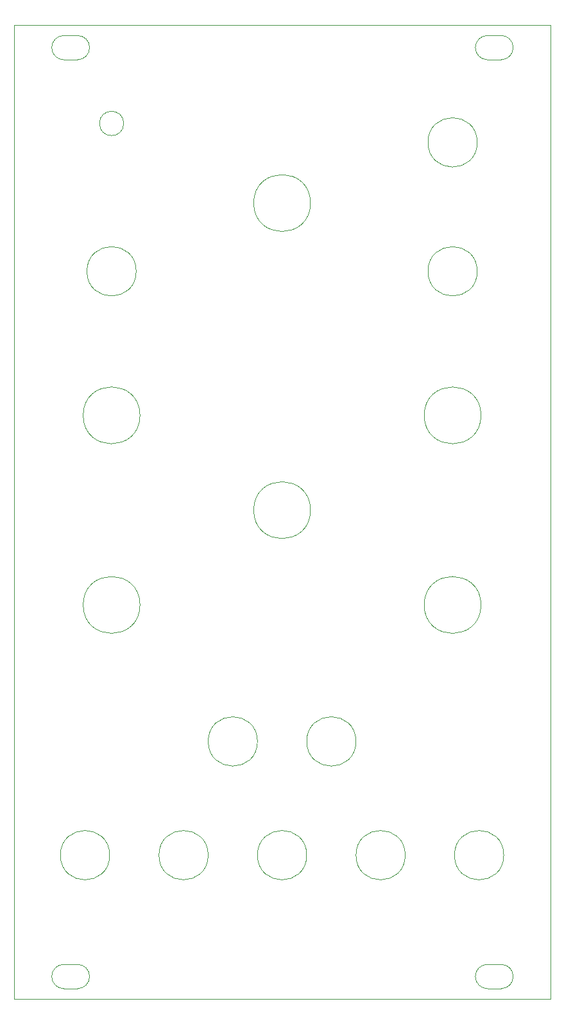
<source format=gm1>
G04 #@! TF.GenerationSoftware,KiCad,Pcbnew,(5.0.0-rc2)*
G04 #@! TF.CreationDate,2020-07-08T18:04:12+03:00*
G04 #@! TF.ProjectId,BBDPNL2,424244504E4C322E6B696361645F7063,rev?*
G04 #@! TF.SameCoordinates,PX2549e60PY82a7440*
G04 #@! TF.FileFunction,Profile,NP*
%FSLAX46Y46*%
G04 Gerber Fmt 4.6, Leading zero omitted, Abs format (unit mm)*
G04 Created by KiCad (PCBNEW (5.0.0-rc2)) date Wed Jul  8 18:04:12 2020*
%MOMM*%
%LPD*%
G01*
G04 APERTURE LIST*
%ADD10C,0.100000*%
G04 #@! TA.AperFunction,NonConductor*
%ADD11C,0.120000*%
G04 #@! TD*
G04 APERTURE END LIST*
D10*
X0Y128500000D02*
X0Y0D01*
X70800000Y128500000D02*
X0Y128500000D01*
X70800000Y0D02*
X70800000Y128500000D01*
X0Y0D02*
X70800000Y0D01*
D11*
G04 #@! TO.C,Ref\002A\002A*
X61650000Y52000000D02*
G75*
G03X61650000Y52000000I-3750000J0D01*
G01*
X16650000Y52000000D02*
G75*
G03X16650000Y52000000I-3750000J0D01*
G01*
X39150000Y64500000D02*
G75*
G03X39150000Y64500000I-3750000J0D01*
G01*
X61650000Y77000000D02*
G75*
G03X61650000Y77000000I-3750000J0D01*
G01*
X16650000Y77000000D02*
G75*
G03X16650000Y77000000I-3750000J0D01*
G01*
X39150000Y105000000D02*
G75*
G03X39150000Y105000000I-3750000J0D01*
G01*
X16150000Y96000000D02*
G75*
G03X16150000Y96000000I-3250000J0D01*
G01*
X61150000Y96000000D02*
G75*
G03X61150000Y96000000I-3250000J0D01*
G01*
X61150000Y113000000D02*
G75*
G03X61150000Y113000000I-3250000J0D01*
G01*
G04 #@! TO.C,X*
X62500000Y127100000D02*
X64300000Y127100000D01*
X62500000Y123900000D02*
X64300000Y123900000D01*
X60900000Y125500000D02*
G75*
G03X62500000Y123900000I1600000J0D01*
G01*
X62500000Y127100000D02*
G75*
G03X60900000Y125500000I0J-1600000D01*
G01*
X64300000Y123900000D02*
G75*
G03X65900000Y125500000I0J1600000D01*
G01*
X65900000Y125500000D02*
G75*
G03X64300000Y127100000I-1600000J0D01*
G01*
X6600000Y127100000D02*
X8400000Y127100000D01*
X6600000Y123900000D02*
X8400000Y123900000D01*
X5000000Y125500000D02*
G75*
G03X6600000Y123900000I1600000J0D01*
G01*
X6600000Y127100000D02*
G75*
G03X5000000Y125500000I0J-1600000D01*
G01*
X8400000Y123900000D02*
G75*
G03X10000000Y125500000I0J1600000D01*
G01*
X10000000Y125500000D02*
G75*
G03X8400000Y127100000I-1600000J0D01*
G01*
X62500000Y4600000D02*
X64300000Y4600000D01*
X62500000Y1400000D02*
X64300000Y1400000D01*
X60900000Y3000000D02*
G75*
G03X62500000Y1400000I1600000J0D01*
G01*
X62500000Y4600000D02*
G75*
G03X60900000Y3000000I0J-1600000D01*
G01*
X64300000Y1400000D02*
G75*
G03X65900000Y3000000I0J1600000D01*
G01*
X65900000Y3000000D02*
G75*
G03X64300000Y4600000I-1600000J0D01*
G01*
X10000000Y3000000D02*
G75*
G03X8400000Y4600000I-1600000J0D01*
G01*
X8400000Y1400000D02*
G75*
G03X10000000Y3000000I0J1600000D01*
G01*
X6600000Y4600000D02*
G75*
G03X5000000Y3000000I0J-1600000D01*
G01*
X5000000Y3000000D02*
G75*
G03X6600000Y1400000I1600000J0D01*
G01*
X6600000Y1400000D02*
X8400000Y1400000D01*
X6600000Y4600000D02*
X8400000Y4600000D01*
G04 #@! TO.C,Ref\002A\002A*
X14500000Y115500000D02*
G75*
G03X14500000Y115500000I-1600000J0D01*
G01*
X32150000Y34000000D02*
G75*
G03X32150000Y34000000I-3250000J0D01*
G01*
X45150000Y34000000D02*
G75*
G03X45150000Y34000000I-3250000J0D01*
G01*
X12650000Y19000000D02*
G75*
G03X12650000Y19000000I-3250000J0D01*
G01*
X25650000Y19000000D02*
G75*
G03X25650000Y19000000I-3250000J0D01*
G01*
X38650000Y19000000D02*
G75*
G03X38650000Y19000000I-3250000J0D01*
G01*
X51650000Y19000000D02*
G75*
G03X51650000Y19000000I-3250000J0D01*
G01*
X64650000Y19000000D02*
G75*
G03X64650000Y19000000I-3250000J0D01*
G01*
G04 #@! TD*
M02*

</source>
